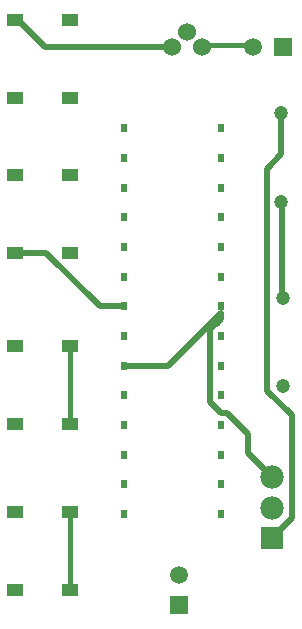
<source format=gbl>
G04*
G04 #@! TF.GenerationSoftware,Altium Limited,Altium Designer,20.2.5 (213)*
G04*
G04 Layer_Physical_Order=2*
G04 Layer_Color=16711680*
%FSLAX25Y25*%
%MOIN*%
G70*
G04*
G04 #@! TF.SameCoordinates,4BDDF83D-22BF-46A4-B0D9-F4370223F083*
G04*
G04*
G04 #@! TF.FilePolarity,Positive*
G04*
G01*
G75*
%ADD27C,0.01500*%
%ADD28C,0.02000*%
%ADD29R,0.05906X0.05906*%
%ADD30C,0.05906*%
%ADD31C,0.04724*%
%ADD32R,0.05512X0.03937*%
%ADD33C,0.07795*%
%ADD34R,0.07795X0.07795*%
%ADD35R,0.01850X0.02520*%
%ADD36C,0.06008*%
%ADD37R,0.05906X0.05906*%
D27*
X583157Y273587D02*
Y299413D01*
X644523Y456000D02*
X643773Y455250D01*
X627773D01*
X627023Y454500D01*
X583157Y329000D02*
Y354827D01*
D28*
X653773Y402750D02*
X653523Y403000D01*
X653773Y371278D02*
Y402750D01*
X654023Y371028D02*
X653773Y371278D01*
X653523Y418819D02*
X648661Y413957D01*
X653523Y418819D02*
Y432528D01*
X575035Y386000D02*
X564889D01*
X592917Y368118D02*
X575035Y386000D01*
X601122Y368118D02*
X592917D01*
X656921Y331726D02*
X648661Y339986D01*
Y413957D01*
X633523Y363858D02*
X631964Y362299D01*
X629795Y336167D02*
Y360542D01*
X633523Y363858D02*
Y365988D01*
X631552Y362299D02*
X629795Y360542D01*
X615889Y348354D02*
X601122D01*
X631964Y362299D02*
X631552D01*
X633523Y365988D02*
X615889Y348354D01*
X633308Y332653D02*
X629795Y336167D01*
X617023Y454500D02*
X574590D01*
X565677Y463413D01*
X564889D01*
X642454Y325693D02*
X635494Y332653D01*
X642454Y319148D02*
Y325693D01*
X650523Y311079D02*
X642454Y319148D01*
X635494Y332653D02*
X633308D01*
X656921Y297398D02*
Y331726D01*
Y297398D02*
X650523Y291000D01*
Y301039D02*
X649232D01*
D29*
X619523Y268500D02*
D03*
D30*
Y278500D02*
D03*
X644023Y454500D02*
D03*
D31*
X653523Y432528D02*
D03*
Y403000D02*
D03*
X654023Y371028D02*
D03*
Y341500D02*
D03*
D32*
X564889Y437587D02*
D03*
X583157D02*
D03*
Y463413D02*
D03*
X564889D02*
D03*
Y386000D02*
D03*
X583157D02*
D03*
Y411827D02*
D03*
X564889D02*
D03*
Y329000D02*
D03*
X583157D02*
D03*
Y354827D02*
D03*
X564889D02*
D03*
Y273587D02*
D03*
X583157D02*
D03*
Y299413D02*
D03*
X564889D02*
D03*
D33*
X650523Y311079D02*
D03*
Y301039D02*
D03*
D34*
Y291000D02*
D03*
D35*
X601122Y298945D02*
D03*
Y308827D02*
D03*
Y318709D02*
D03*
Y328591D02*
D03*
Y427410D02*
D03*
Y417528D02*
D03*
Y407646D02*
D03*
Y397764D02*
D03*
Y338472D02*
D03*
Y348354D02*
D03*
Y358236D02*
D03*
Y368118D02*
D03*
Y378000D02*
D03*
Y387882D02*
D03*
X633523Y298945D02*
D03*
Y308827D02*
D03*
Y318709D02*
D03*
Y328591D02*
D03*
Y427410D02*
D03*
Y417528D02*
D03*
Y407646D02*
D03*
Y387882D02*
D03*
Y348354D02*
D03*
Y338472D02*
D03*
Y358236D02*
D03*
Y368118D02*
D03*
Y397764D02*
D03*
Y378000D02*
D03*
D36*
X627023Y454500D02*
D03*
X622023Y459500D02*
D03*
X617023Y454500D02*
D03*
D37*
X654023D02*
D03*
M02*

</source>
